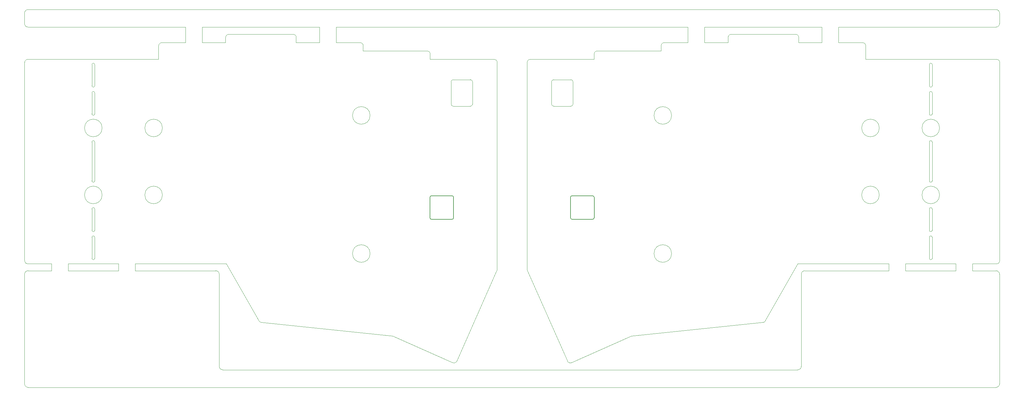
<source format=gm1>
G04 #@! TF.GenerationSoftware,KiCad,Pcbnew,8.0.4*
G04 #@! TF.CreationDate,2025-02-19T18:48:15+13:00*
G04 #@! TF.ProjectId,Corne V4 Pro Micro Edition,436f726e-6520-4563-9420-50726f204d69,4.0.0*
G04 #@! TF.SameCoordinates,Original*
G04 #@! TF.FileFunction,Profile,NP*
%FSLAX46Y46*%
G04 Gerber Fmt 4.6, Leading zero omitted, Abs format (unit mm)*
G04 Created by KiCad (PCBNEW 8.0.4) date 2025-02-19 18:48:15*
%MOMM*%
%LPD*%
G01*
G04 APERTURE LIST*
G04 #@! TA.AperFunction,Profile*
%ADD10C,0.100000*%
G04 #@! TD*
%ADD11C,0.100000*%
G04 #@! TA.AperFunction,Profile*
%ADD12C,0.150000*%
G04 #@! TD*
G04 APERTURE END LIST*
D10*
X77397337Y-100911250D02*
X77397336Y-106961255D01*
X58247335Y-45167500D02*
X58247335Y-48167500D01*
X89697337Y-118461286D02*
X112607174Y-118461250D01*
D11*
X258286830Y-51902585D02*
X258275878Y-52004617D01*
X258272492Y-52111396D01*
X258272341Y-52167500D01*
D10*
X289722337Y-53548750D02*
X289722337Y-49167500D01*
D11*
X258370641Y-51644385D02*
X258329084Y-51738361D01*
X258300011Y-51835118D01*
X258286830Y-51902585D01*
D10*
X315522340Y-59811245D02*
X315522339Y-65861250D01*
X258272341Y-53548750D02*
X258272341Y-52167500D01*
X114607174Y-146659851D02*
X278112500Y-146659851D01*
X315522339Y-67861250D02*
X315522339Y-73861250D01*
D11*
X213601819Y-144631961D02*
X213699550Y-144600669D01*
X213798558Y-144560538D01*
X213849921Y-144537964D01*
D10*
X316322336Y-108961255D02*
X316322337Y-114961250D01*
X297372341Y-58311249D02*
X334472339Y-58311242D01*
D11*
X134447335Y-51167500D02*
X134551854Y-51168470D01*
X134660471Y-51175260D01*
X134760576Y-51190888D01*
X134837915Y-51211104D01*
D10*
X192597335Y-118048678D02*
X192597335Y-113480000D01*
X208697339Y-64116880D02*
X213597339Y-64116880D01*
X327822337Y-116461250D02*
X327822337Y-118461286D01*
D11*
X296895456Y-53647050D02*
X296801479Y-53605493D01*
X296704722Y-53576420D01*
X296637256Y-53563239D01*
D10*
X89697337Y-116461250D02*
X89697337Y-118461286D01*
X315522339Y-67861250D02*
G75*
G02*
X316322339Y-67861250I400000J0D01*
G01*
X279112500Y-119461250D02*
X279112500Y-145659851D01*
X316322339Y-81861250D02*
X316322339Y-92911250D01*
D11*
X277587256Y-51181989D02*
X277485223Y-51171037D01*
X277378444Y-51167651D01*
X277322341Y-51167500D01*
D10*
X59247335Y-151659851D02*
G75*
G02*
X58247349Y-150659851I-35J999951D01*
G01*
X78197339Y-67861250D02*
X78197339Y-73861250D01*
X78197337Y-100911250D02*
X78197336Y-106961255D01*
X316322339Y-92911250D02*
G75*
G02*
X315522339Y-92911250I-400000J0D01*
G01*
X77397339Y-81861250D02*
X77397339Y-92911250D01*
D11*
X221172341Y-55930000D02*
X221067821Y-55930970D01*
X220959204Y-55937760D01*
X220859099Y-55953388D01*
X220781761Y-55973604D01*
D10*
X221172341Y-55930000D02*
X239222341Y-55930000D01*
D11*
X58290941Y-58920663D02*
X58327965Y-58824079D01*
X58376834Y-58732984D01*
X58437697Y-58646931D01*
X58451322Y-58630287D01*
D10*
X242222339Y-74289375D02*
G75*
G02*
X237222339Y-74289375I-2500000J0D01*
G01*
X237222339Y-74289375D02*
G75*
G02*
X242222339Y-74289375I2500000J0D01*
G01*
X78197339Y-81861250D02*
X78197339Y-92911250D01*
D11*
X154399035Y-54025635D02*
X154440591Y-54119611D01*
X154469664Y-54216368D01*
X154482846Y-54283835D01*
X297328737Y-54158170D02*
X297291712Y-54061587D01*
X297242843Y-53970492D01*
X297181980Y-53884439D01*
X297168356Y-53867795D01*
D10*
X142097337Y-53548750D02*
X135447335Y-53548750D01*
D11*
X153497335Y-53548750D02*
X153601854Y-53549720D01*
X153710471Y-53556510D01*
X153810576Y-53572138D01*
X153887915Y-53592354D01*
D10*
X77397339Y-67861250D02*
G75*
G02*
X78197339Y-67861250I400000J0D01*
G01*
D11*
X115874220Y-51265800D02*
X115968196Y-51224243D01*
X116064953Y-51195170D01*
X116132420Y-51181989D01*
D10*
X334472339Y-44167500D02*
X59247335Y-44167500D01*
D11*
X201441386Y-58515235D02*
X201366035Y-58585882D01*
X201294904Y-58669982D01*
X201237736Y-58756866D01*
X201220641Y-58788135D01*
D10*
X278322341Y-52167500D02*
X278322341Y-53548750D01*
D11*
X278322341Y-52167500D02*
X278321370Y-52062980D01*
X278314580Y-51954363D01*
X278298952Y-51854258D01*
X278278737Y-51776920D01*
D10*
X279112500Y-145659851D02*
G75*
G02*
X278112500Y-146659800I-1000100J151D01*
G01*
X239222341Y-55930000D02*
X239222341Y-54548750D01*
X251622339Y-49167500D02*
X284972337Y-49167500D01*
X77397339Y-67861250D02*
X77397339Y-73861250D01*
D11*
X258591386Y-51371485D02*
X258516035Y-51442132D01*
X258444904Y-51526232D01*
X258387736Y-51613116D01*
X258370641Y-51644385D01*
D10*
X112607174Y-118461250D02*
G75*
G02*
X113607150Y-119461250I26J-999950D01*
G01*
D11*
X335457852Y-115726165D02*
X335468803Y-115624132D01*
X335472189Y-115517353D01*
X335472341Y-115461250D01*
D10*
X78197339Y-65861250D02*
G75*
G02*
X77397339Y-65861250I-400000J0D01*
G01*
D11*
X180387882Y-144659851D02*
X180285126Y-144659806D01*
X180184883Y-144647220D01*
X180117857Y-144631961D01*
X154482846Y-54283835D02*
X154493797Y-54385867D01*
X154497183Y-54492646D01*
X154497335Y-54548750D01*
X58451322Y-58630287D02*
X58521969Y-58554936D01*
X58606069Y-58483805D01*
X58692952Y-58426637D01*
X58724221Y-58409542D01*
X154178290Y-53752735D02*
X154253640Y-53823382D01*
X154324771Y-53907482D01*
X154381939Y-53994366D01*
X154399035Y-54025635D01*
D10*
X335472339Y-48167500D02*
G75*
G02*
X334472339Y-49167539I-1000039J0D01*
G01*
D11*
X191987915Y-58354854D02*
X192084497Y-58391878D01*
X192175592Y-58440747D01*
X192261645Y-58501610D01*
X192278290Y-58515235D01*
D10*
X335472342Y-119461249D02*
X335472341Y-150659851D01*
X201122341Y-118048678D02*
X201122341Y-113480000D01*
D11*
X96390939Y-54158170D02*
X96427963Y-54061587D01*
X96476832Y-53970492D01*
X96537695Y-53884439D01*
X96551320Y-53867795D01*
D10*
X77397340Y-59811245D02*
X77397339Y-65861250D01*
X297372341Y-54548750D02*
X297372341Y-58311249D01*
X208697339Y-71663116D02*
G75*
G02*
X208097384Y-71063116I161J600116D01*
G01*
X301277339Y-77861250D02*
G75*
G02*
X296277339Y-77861250I-2500000J0D01*
G01*
X296277339Y-77861250D02*
G75*
G02*
X301277339Y-77861250I2500000J0D01*
G01*
D11*
X335428735Y-58920663D02*
X335391710Y-58824079D01*
X335342841Y-58732984D01*
X335281978Y-58646931D01*
X335268354Y-58630287D01*
D12*
X219719676Y-97125000D02*
G75*
G02*
X220219700Y-97625000I24J-500000D01*
G01*
D11*
X115397335Y-52167500D02*
X115398305Y-52062980D01*
X115405095Y-51954363D01*
X115420723Y-51854258D01*
X115440939Y-51776920D01*
D10*
X268094403Y-133153949D02*
X230739860Y-137060296D01*
X108747333Y-53548750D02*
X108747333Y-49167500D01*
X103997337Y-53548750D02*
X103997337Y-49167500D01*
X78197340Y-59811245D02*
X78197339Y-65861250D01*
X58247335Y-45167500D02*
G75*
G02*
X59247335Y-44167535I999965J0D01*
G01*
X201122341Y-113480000D02*
X201122341Y-106780000D01*
D11*
X116132420Y-51181989D02*
X116234452Y-51171037D01*
X116341231Y-51167651D01*
X116397335Y-51167500D01*
D10*
X78197336Y-106961255D02*
G75*
G02*
X77397336Y-106961255I-400000J0D01*
G01*
X156497337Y-74289375D02*
G75*
G02*
X151497337Y-74289375I-2500000J0D01*
G01*
X151497337Y-74289375D02*
G75*
G02*
X156497337Y-74289375I2500000J0D01*
G01*
X59247335Y-116461250D02*
X65897337Y-116461250D01*
X315522336Y-108961255D02*
G75*
G02*
X316322336Y-108961255I400000J0D01*
G01*
X278112502Y-116461250D02*
X268858639Y-132655511D01*
X78197339Y-92911250D02*
G75*
G02*
X77397339Y-92911250I-400000J0D01*
G01*
D11*
X201122341Y-118048678D02*
X201124806Y-118153623D01*
X201138783Y-118256667D01*
D10*
X334472342Y-118461249D02*
G75*
G02*
X335472351Y-119461249I58J-999951D01*
G01*
X125625273Y-133153949D02*
X162979816Y-137060296D01*
X189192337Y-58311250D02*
X179952337Y-58311250D01*
D11*
X258881761Y-51211104D02*
X258785178Y-51248128D01*
X258694083Y-51296997D01*
X258608030Y-51357860D01*
X258591386Y-51371485D01*
D10*
X59247335Y-49167500D02*
G75*
G02*
X58247300Y-48167500I-35J1000000D01*
G01*
X180122337Y-71663116D02*
G75*
G02*
X179522384Y-71063116I163J600116D01*
G01*
X201122341Y-68480000D02*
X201122341Y-59311250D01*
X103997337Y-49167500D02*
X59247335Y-49167500D01*
X323072337Y-116461250D02*
X323072337Y-118461286D01*
X315522337Y-100911250D02*
G75*
G02*
X316322337Y-100911250I400000J0D01*
G01*
D11*
X212728689Y-144367891D02*
X212801643Y-144441217D01*
X212883206Y-144504730D01*
X212973695Y-144558777D01*
X212992892Y-144568481D01*
D10*
X315522339Y-81861250D02*
X315522339Y-92911250D01*
X97442337Y-96911250D02*
G75*
G02*
X92442337Y-96911250I-2500000J0D01*
G01*
X92442337Y-96911250D02*
G75*
G02*
X97442337Y-96911250I2500000J0D01*
G01*
D11*
X58345635Y-115984365D02*
X58304078Y-115890388D01*
X58275005Y-115793631D01*
X58261824Y-115726165D01*
D10*
X334472340Y-44167500D02*
G75*
G02*
X335472300Y-45167500I-40J-1000000D01*
G01*
X77397337Y-100911250D02*
G75*
G02*
X78197337Y-100911250I400000J0D01*
G01*
X77397340Y-59811245D02*
G75*
G02*
X78197340Y-59811245I400000J0D01*
G01*
D12*
X180250000Y-97625000D02*
X180250000Y-103375000D01*
D10*
X316322339Y-65861250D02*
G75*
G02*
X315522339Y-65861250I-400000J0D01*
G01*
X251622343Y-53548750D02*
X258272341Y-53548750D01*
D11*
X220781761Y-55973604D02*
X220685178Y-56010628D01*
X220594083Y-56059497D01*
X220508030Y-56120360D01*
X220491386Y-56133985D01*
D10*
X213597339Y-71663116D02*
X208697339Y-71663116D01*
X208097339Y-64716880D02*
G75*
G02*
X208697339Y-64116939I599961J-20D01*
G01*
D11*
X58982422Y-58325731D02*
X59084454Y-58314779D01*
X59191233Y-58311393D01*
X59247337Y-58311242D01*
X134837915Y-51211104D02*
X134934497Y-51248128D01*
X135025592Y-51296997D01*
X135111645Y-51357860D01*
X135128290Y-51371485D01*
X202122341Y-58311250D02*
X202017821Y-58312220D01*
X201909204Y-58319010D01*
X201809099Y-58334638D01*
X201731761Y-58354854D01*
D10*
X70647337Y-118461286D02*
X84947337Y-118461286D01*
X214197339Y-71063116D02*
G75*
G02*
X213597339Y-71663139I-599939J-84D01*
G01*
X335472341Y-150659851D02*
G75*
G02*
X334472341Y-151659841I-1000041J51D01*
G01*
X192597335Y-113480000D02*
X192597335Y-106780000D01*
D11*
X277845456Y-51265800D02*
X277751479Y-51224243D01*
X277654722Y-51195170D01*
X277587256Y-51181989D01*
D10*
X113607174Y-145659851D02*
X113607174Y-119461250D01*
X316322340Y-59811245D02*
X316322339Y-65861250D01*
D11*
X239236830Y-54283835D02*
X239225878Y-54385867D01*
X239222492Y-54492646D01*
X239222341Y-54548750D01*
D10*
X146847337Y-49167500D02*
X246872339Y-49167500D01*
X135447335Y-53548750D02*
X135447335Y-52167500D01*
D11*
X212530700Y-144028400D02*
X212573899Y-144123578D01*
X212624080Y-144220148D01*
X212678895Y-144305357D01*
X212728689Y-144367891D01*
D10*
X308772337Y-116461250D02*
X308772337Y-118461286D01*
D12*
X173500000Y-97625000D02*
G75*
G02*
X174000000Y-97125000I500000J0D01*
G01*
D10*
X246872339Y-53548750D02*
X246872339Y-49167500D01*
D11*
X135432846Y-51902585D02*
X135443797Y-52004617D01*
X135447183Y-52111396D01*
X135447335Y-52167500D01*
D10*
X213767339Y-58311250D02*
X220172341Y-58311250D01*
D11*
X212992892Y-144568481D02*
X213087996Y-144608780D01*
X213193692Y-144639776D01*
X213296281Y-144656877D01*
X213331794Y-144659851D01*
X297372341Y-54548750D02*
X297371370Y-54444230D01*
X297364580Y-54335613D01*
X297348952Y-54235508D01*
X297328737Y-54158170D01*
D10*
X59247339Y-118461286D02*
X65897337Y-118461286D01*
D12*
X179750000Y-103875000D02*
X174000000Y-103875000D01*
D10*
X316322337Y-100911250D02*
X316322336Y-106961255D01*
X77397336Y-108961255D02*
G75*
G02*
X78197336Y-108961255I400000J0D01*
G01*
X185622337Y-71063116D02*
G75*
G02*
X185022337Y-71663137I-599937J-84D01*
G01*
X251622339Y-53548750D02*
X251622339Y-49167500D01*
D11*
X278118356Y-51486545D02*
X278047708Y-51411194D01*
X277963608Y-51340063D01*
X277876724Y-51282895D01*
X277845456Y-51265800D01*
D10*
X289722345Y-53548750D02*
X296372341Y-53548750D01*
X96347335Y-54548750D02*
X96347335Y-58311249D01*
D11*
X97082420Y-53563239D02*
X97184452Y-53552287D01*
X97291231Y-53548901D01*
X97347335Y-53548750D01*
X268708926Y-132878848D02*
X268773645Y-132794810D01*
X268830944Y-132703571D01*
X268858639Y-132655511D01*
X334472341Y-116461250D02*
X334576859Y-116460279D01*
X334685477Y-116453489D01*
X334785581Y-116437861D01*
X334862920Y-116417646D01*
D10*
X280112500Y-118461250D02*
X304022337Y-118461286D01*
D11*
X191597335Y-58311250D02*
X191701854Y-58312220D01*
X191810471Y-58319010D01*
X191910576Y-58334638D01*
X191987915Y-58354854D01*
X173532846Y-56665085D02*
X173543797Y-56767117D01*
X173547183Y-56873896D01*
X173547335Y-56930000D01*
X335374041Y-115984365D02*
X335415597Y-115890388D01*
X335444670Y-115793631D01*
X335457852Y-115726165D01*
D10*
X185022337Y-64116880D02*
G75*
G02*
X185622320Y-64716880I-37J-600020D01*
G01*
D11*
X135349035Y-51644385D02*
X135390591Y-51738361D01*
X135419664Y-51835118D01*
X135432846Y-51902585D01*
X296637256Y-53563239D02*
X296535223Y-53552287D01*
X296428444Y-53548901D01*
X296372341Y-53548750D01*
D10*
X77397339Y-81861250D02*
G75*
G02*
X78197339Y-81861250I400000J0D01*
G01*
X80297337Y-77861250D02*
G75*
G02*
X75297337Y-77861250I-2500000J0D01*
G01*
X75297337Y-77861250D02*
G75*
G02*
X80297337Y-77861250I2500000J0D01*
G01*
X304022337Y-116461250D02*
X278112502Y-116461250D01*
X179522337Y-71063116D02*
X179522337Y-64716880D01*
D11*
X173228290Y-56133985D02*
X173303640Y-56204632D01*
X173374771Y-56288732D01*
X173431939Y-56375616D01*
X173449035Y-56406885D01*
X220270641Y-56406885D02*
X220229084Y-56500861D01*
X220200011Y-56597618D01*
X220186830Y-56665085D01*
D10*
X289722337Y-49167500D02*
X334472339Y-49167500D01*
X279112500Y-119461250D02*
G75*
G02*
X280112500Y-118461200I1000100J-50D01*
G01*
D11*
X58247337Y-59311242D02*
X58248307Y-59206723D01*
X58255097Y-59098105D01*
X58270725Y-58998001D01*
X58290941Y-58920663D01*
X239541386Y-53752735D02*
X239466035Y-53823382D01*
X239394904Y-53907482D01*
X239337736Y-53994366D01*
X239320641Y-54025635D01*
D10*
X103997337Y-53548750D02*
X97347335Y-53548750D01*
X173547335Y-58311250D02*
X173547335Y-56930000D01*
D12*
X180250000Y-103375000D02*
G75*
G02*
X179750000Y-103875000I-500000J0D01*
G01*
D11*
X173449035Y-56406885D02*
X173490591Y-56500861D01*
X173519664Y-56597618D01*
X173532846Y-56665085D01*
D10*
X192597335Y-102030000D02*
X192597335Y-106780000D01*
X301277339Y-96911250D02*
G75*
G02*
X296277339Y-96911250I-2500000J0D01*
G01*
X296277339Y-96911250D02*
G75*
G02*
X301277339Y-96911250I2500000J0D01*
G01*
D11*
X201138783Y-118256667D02*
X201167717Y-118356546D01*
X201207948Y-118453506D01*
D12*
X213469676Y-97625000D02*
G75*
G02*
X213969676Y-97124976I500024J0D01*
G01*
D10*
X240222341Y-53548750D02*
X246872339Y-53548750D01*
X58247335Y-150659851D02*
X58247335Y-119461249D01*
X142097337Y-53548750D02*
X142097337Y-49167500D01*
X335472339Y-59311242D02*
X335472341Y-115461250D01*
X208097339Y-71063116D02*
X208097339Y-64716880D01*
D12*
X213469676Y-103375000D02*
X213469676Y-97625000D01*
X220219676Y-103375000D02*
G75*
G02*
X219719676Y-103874976I-499976J0D01*
G01*
D11*
X192278290Y-58515235D02*
X192353640Y-58585882D01*
X192424771Y-58669982D01*
X192481939Y-58756866D01*
X192499035Y-58788135D01*
X335268354Y-58630287D02*
X335197706Y-58554936D01*
X335113606Y-58483805D01*
X335026723Y-58426637D01*
X334995455Y-58409542D01*
D10*
X315522339Y-81861250D02*
G75*
G02*
X316322339Y-81861250I400000J0D01*
G01*
X220172341Y-58311250D02*
X220172341Y-56930000D01*
D12*
X174000000Y-97125000D02*
X179750000Y-97125000D01*
D10*
X335472339Y-48167500D02*
X335472339Y-45167500D01*
D11*
X192582846Y-59046335D02*
X192593797Y-59148367D01*
X192597183Y-59255146D01*
X192597335Y-59311250D01*
D10*
X78197339Y-73861250D02*
G75*
G02*
X77397339Y-73861250I-400000J0D01*
G01*
X185622337Y-64716880D02*
X185622337Y-71063116D01*
X115397335Y-53548750D02*
X108747333Y-53548750D01*
X308772337Y-118461286D02*
X323072337Y-118461286D01*
D11*
X220491386Y-56133985D02*
X220416035Y-56204632D01*
X220344904Y-56288732D01*
X220287736Y-56375616D01*
X220270641Y-56406885D01*
X172937915Y-55973604D02*
X173034497Y-56010628D01*
X173125592Y-56059497D01*
X173211645Y-56120360D01*
X173228290Y-56133985D01*
D10*
X192597335Y-68480000D02*
X192597335Y-59311250D01*
X230739860Y-137060296D02*
X213849921Y-144537964D01*
X162979816Y-137060296D02*
X179869755Y-144537964D01*
X114607174Y-146659851D02*
G75*
G02*
X113607149Y-145659851I26J1000051D01*
G01*
D11*
X334737254Y-58325731D02*
X334635221Y-58314779D01*
X334528442Y-58311393D01*
X334472339Y-58311242D01*
D10*
X327822337Y-118461286D02*
X334472342Y-118461249D01*
D11*
X180990987Y-144367891D02*
X180918032Y-144441217D01*
X180836469Y-144504730D01*
X180745980Y-144558777D01*
X180726784Y-144568481D01*
X239320641Y-54025635D02*
X239279084Y-54119611D01*
X239250011Y-54216368D01*
X239236830Y-54283835D01*
D10*
X179522337Y-64716880D02*
G75*
G02*
X180122337Y-64116937I599963J-20D01*
G01*
X180122337Y-64116880D02*
X185022337Y-64116880D01*
D11*
X335472339Y-59311242D02*
X335471368Y-59206723D01*
X335464578Y-59098105D01*
X335448950Y-58998001D01*
X335428735Y-58920663D01*
X172547335Y-55930000D02*
X172651854Y-55930970D01*
X172760471Y-55937760D01*
X172860576Y-55953388D01*
X172937915Y-55973604D01*
D10*
X192597335Y-68480000D02*
X192597335Y-102030000D01*
D11*
X125239257Y-133057871D02*
X125151651Y-133005704D01*
X125070861Y-132940849D01*
X125010750Y-132878848D01*
X180726784Y-144568481D02*
X180631679Y-144608780D01*
X180525983Y-144639776D01*
X180423394Y-144656877D01*
X180387882Y-144659851D01*
D10*
X185022337Y-71663116D02*
X180122337Y-71663116D01*
X318422339Y-77861250D02*
G75*
G02*
X313422339Y-77861250I-2500000J0D01*
G01*
X313422339Y-77861250D02*
G75*
G02*
X318422339Y-77861250I2500000J0D01*
G01*
D11*
X201220641Y-58788135D02*
X201179084Y-58882111D01*
X201150011Y-58978868D01*
X201136830Y-59046335D01*
X268094403Y-133153949D02*
X268195628Y-133142123D01*
X268303429Y-133122174D01*
X268403478Y-133091745D01*
X268480419Y-133057871D01*
D10*
X214197339Y-64716880D02*
X214197339Y-71063116D01*
X78197337Y-114961250D02*
G75*
G02*
X77397337Y-114961250I-400000J0D01*
G01*
D12*
X219719676Y-103875000D02*
X213969676Y-103875000D01*
D10*
X172547335Y-55930000D02*
X154497335Y-55930000D01*
D11*
X125625273Y-133153949D02*
X125524047Y-133142123D01*
X125416246Y-133122174D01*
X125316197Y-133091745D01*
X125239257Y-133057871D01*
D10*
X146847337Y-53548750D02*
X146847337Y-49167500D01*
D11*
X192597335Y-118048678D02*
X192594869Y-118153623D01*
X192580893Y-118256667D01*
D10*
X70647337Y-116461250D02*
X70647337Y-118461286D01*
X154497335Y-55930000D02*
X154497335Y-54548750D01*
D11*
X201731761Y-58354854D02*
X201635178Y-58391878D01*
X201544083Y-58440747D01*
X201458030Y-58501610D01*
X201441386Y-58515235D01*
X268480419Y-133057871D02*
X268568024Y-133005704D01*
X268648814Y-132940849D01*
X268708926Y-132878848D01*
D12*
X174000000Y-103875000D02*
G75*
G02*
X173500000Y-103375000I0J500000D01*
G01*
D11*
X201136830Y-59046335D02*
X201125878Y-59148367D01*
X201122492Y-59255146D01*
X201122341Y-59311250D01*
D12*
X179750000Y-97125000D02*
G75*
G02*
X180250000Y-97625000I0J-500000D01*
G01*
D10*
X59247335Y-151659851D02*
X334472341Y-151659851D01*
D11*
X153887915Y-53592354D02*
X153984497Y-53629378D01*
X154075592Y-53678247D01*
X154161645Y-53739110D01*
X154178290Y-53752735D01*
D12*
X213969676Y-103875000D02*
G75*
G02*
X213469700Y-103375000I24J500000D01*
G01*
X213969676Y-97125000D02*
X219719676Y-97125000D01*
D10*
X191597335Y-58311250D02*
X189192337Y-58311250D01*
X97442337Y-77861250D02*
G75*
G02*
X92442337Y-77861250I-2500000J0D01*
G01*
X92442337Y-77861250D02*
G75*
G02*
X97442337Y-77861250I2500000J0D01*
G01*
D11*
X96347335Y-54548750D02*
X96348305Y-54444230D01*
X96355095Y-54335613D01*
X96370723Y-54235508D01*
X96390939Y-54158170D01*
D10*
X115397335Y-52167500D02*
X115397335Y-53548750D01*
X201122341Y-102030000D02*
X201122341Y-106780000D01*
X318422339Y-96911250D02*
G75*
G02*
X313422339Y-96911250I-2500000J0D01*
G01*
X313422339Y-96911250D02*
G75*
G02*
X318422339Y-96911250I2500000J0D01*
G01*
X315522340Y-59811245D02*
G75*
G02*
X316322340Y-59811245I400000J0D01*
G01*
D11*
X192580893Y-118256667D02*
X192551958Y-118356546D01*
X192511728Y-118453506D01*
D10*
X204527339Y-58311250D02*
X213767339Y-58311250D01*
D11*
X59247335Y-116461250D02*
X59142816Y-116460279D01*
X59034198Y-116453489D01*
X58934094Y-116437861D01*
X58856756Y-116417646D01*
D10*
X316322339Y-67861250D02*
X316322339Y-73861250D01*
D11*
X125010750Y-132878848D02*
X124946030Y-132794810D01*
X124888731Y-132703571D01*
X124861037Y-132655511D01*
X96551320Y-53867795D02*
X96621967Y-53792444D01*
X96706067Y-53721313D01*
X96792951Y-53664145D01*
X96824220Y-53647050D01*
X335153296Y-116257265D02*
X335228646Y-116186617D01*
X335299777Y-116102517D01*
X335356945Y-116015633D01*
X335374041Y-115984365D01*
X180117857Y-144631961D02*
X180020125Y-144600669D01*
X179921117Y-144560538D01*
X179869755Y-144537964D01*
D10*
X153497335Y-53548750D02*
X146847333Y-53548750D01*
D11*
X334862920Y-116417646D02*
X334959503Y-116380621D01*
X335050598Y-116331752D01*
X335136651Y-116270889D01*
X335153296Y-116257265D01*
X135128290Y-51371485D02*
X135203640Y-51442132D01*
X135274771Y-51526232D01*
X135331939Y-51613116D01*
X135349035Y-51644385D01*
D10*
X115607174Y-116461250D02*
X124861037Y-132655511D01*
D11*
X220186830Y-56665085D02*
X220175878Y-56767117D01*
X220172492Y-56873896D01*
X220172341Y-56930000D01*
D10*
X89697337Y-116461250D02*
X115607174Y-116461250D01*
X156497335Y-113580000D02*
G75*
G02*
X151497335Y-113580000I-2500000J0D01*
G01*
X151497335Y-113580000D02*
G75*
G02*
X156497335Y-113580000I2500000J0D01*
G01*
D11*
X278278737Y-51776920D02*
X278241712Y-51680337D01*
X278192843Y-51589242D01*
X278131980Y-51503189D01*
X278118356Y-51486545D01*
D10*
X80297337Y-96911250D02*
G75*
G02*
X75297337Y-96911250I-2500000J0D01*
G01*
X75297337Y-96911250D02*
G75*
G02*
X80297337Y-96911250I2500000J0D01*
G01*
D11*
X58856756Y-116417646D02*
X58760172Y-116380621D01*
X58669077Y-116331752D01*
X58583024Y-116270889D01*
X58566380Y-116257265D01*
D10*
X315522337Y-100911250D02*
X315522336Y-106961255D01*
X213597339Y-64116880D02*
G75*
G02*
X214197320Y-64716880I-39J-600020D01*
G01*
X77397336Y-108961255D02*
X77397337Y-114961250D01*
X316322337Y-114961250D02*
G75*
G02*
X315522337Y-114961250I-400000J0D01*
G01*
X315522336Y-108961255D02*
X315522337Y-114961250D01*
X179952337Y-58311250D02*
X173547335Y-58311250D01*
D11*
X58566380Y-116257265D02*
X58491029Y-116186617D01*
X58419898Y-116102517D01*
X58362730Y-116015633D01*
X58345635Y-115984365D01*
D10*
X316322339Y-73861250D02*
G75*
G02*
X315522339Y-73861250I-400000J0D01*
G01*
D11*
X58724221Y-58409542D02*
X58818198Y-58367985D01*
X58914955Y-58338912D01*
X58982422Y-58325731D01*
X240222341Y-53548750D02*
X240117821Y-53549720D01*
X240009204Y-53556510D01*
X239909099Y-53572138D01*
X239831761Y-53592354D01*
D10*
X134447335Y-51167500D02*
X116397335Y-51167500D01*
D11*
X297168356Y-53867795D02*
X297097708Y-53792444D01*
X297013608Y-53721313D01*
X296926724Y-53664145D01*
X296895456Y-53647050D01*
D10*
X316322336Y-106961255D02*
G75*
G02*
X315522336Y-106961255I-400000J0D01*
G01*
X96347335Y-58311249D02*
X59247337Y-58311242D01*
X308772337Y-116461250D02*
X323072337Y-116461250D01*
D12*
X173500000Y-103375000D02*
X173500000Y-97625000D01*
D11*
X115440939Y-51776920D02*
X115477963Y-51680337D01*
X115526832Y-51589242D01*
X115587695Y-51503189D01*
X115601320Y-51486545D01*
D10*
X304022337Y-116461250D02*
X304022337Y-118461286D01*
X259272341Y-51167500D02*
X277322341Y-51167500D01*
X278322341Y-53548750D02*
X284972337Y-53548750D01*
D11*
X115601320Y-51486545D02*
X115671967Y-51411194D01*
X115756067Y-51340063D01*
X115842951Y-51282895D01*
X115874220Y-51265800D01*
X181188976Y-144028400D02*
X181145776Y-144123578D01*
X181095595Y-144220148D01*
X181040780Y-144305357D01*
X180990987Y-144367891D01*
D10*
X142097337Y-49167500D02*
X108747333Y-49167500D01*
D11*
X259272341Y-51167500D02*
X259167821Y-51168470D01*
X259059204Y-51175260D01*
X258959099Y-51190888D01*
X258881761Y-51211104D01*
D10*
X284972337Y-53548750D02*
X284972337Y-49167500D01*
X58247337Y-59311242D02*
X58247335Y-115461250D01*
X65897337Y-116461250D02*
X65897337Y-118461286D01*
D11*
X58261824Y-115726165D02*
X58250872Y-115624132D01*
X58247486Y-115517353D01*
X58247335Y-115461250D01*
D10*
X58247335Y-119461249D02*
G75*
G02*
X59247339Y-118461235I999965J49D01*
G01*
X212530700Y-144028400D02*
X201207948Y-118453506D01*
D11*
X334995455Y-58409542D02*
X334901477Y-58367985D01*
X334804720Y-58338912D01*
X334737254Y-58325731D01*
X213331794Y-144659851D02*
X213434549Y-144659806D01*
X213534792Y-144647220D01*
X213601819Y-144631961D01*
D10*
X201122341Y-68480000D02*
X201122341Y-102030000D01*
X84947337Y-116461250D02*
X84947337Y-118461286D01*
X70647337Y-116461250D02*
X84947337Y-116461250D01*
X202122341Y-58311250D02*
X204527339Y-58311250D01*
D11*
X239831761Y-53592354D02*
X239735178Y-53629378D01*
X239644083Y-53678247D01*
X239558030Y-53739110D01*
X239541386Y-53752735D01*
X96824220Y-53647050D02*
X96918196Y-53605493D01*
X97014953Y-53576420D01*
X97082420Y-53563239D01*
X192499035Y-58788135D02*
X192540591Y-58882111D01*
X192569664Y-58978868D01*
X192582846Y-59046335D01*
D12*
X220219676Y-97625000D02*
X220219676Y-103375000D01*
D10*
X181188976Y-144028400D02*
X192511728Y-118453506D01*
X78197336Y-108961255D02*
X78197337Y-114961250D01*
X242222341Y-113580000D02*
G75*
G02*
X237222341Y-113580000I-2500000J0D01*
G01*
X237222341Y-113580000D02*
G75*
G02*
X242222341Y-113580000I2500000J0D01*
G01*
X327822337Y-116461250D02*
X334472341Y-116461250D01*
M02*

</source>
